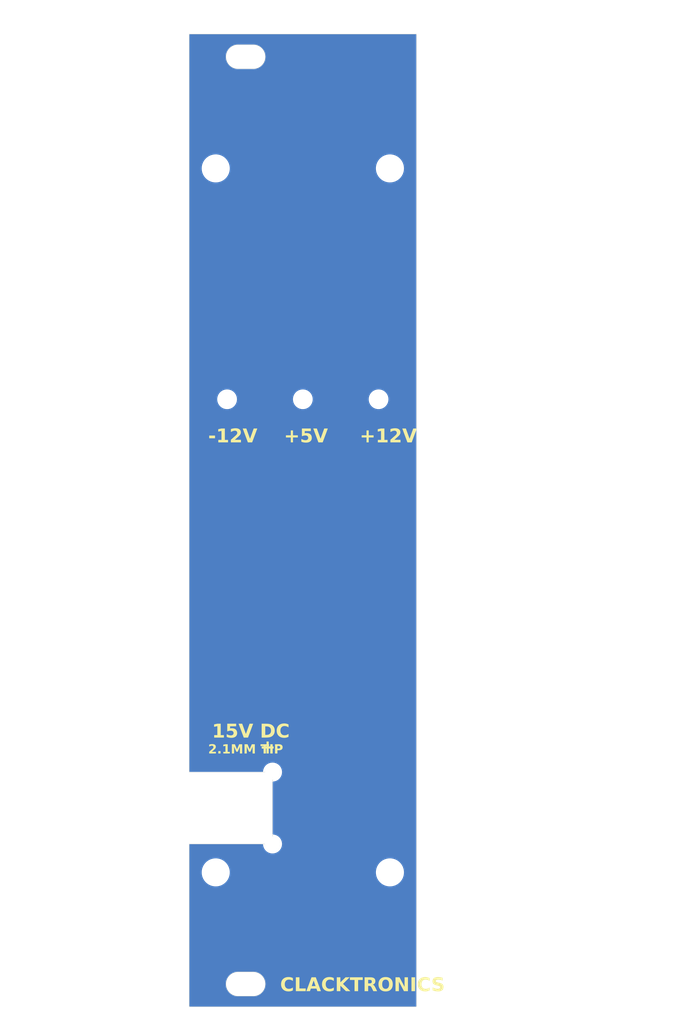
<source format=kicad_pcb>
(kicad_pcb (version 20221018) (generator pcbnew)
  (layers (0 "F.Cu" signal) (31 "B.Cu" signal) (34 "B.Paste" user) (35 "F.Paste" user) (36 "B.SilkS" user "B.Silkscreen") (37 "F.SilkS" user "F.Silkscreen") (38 "B.Mask" user) (39 "F.Mask" user) (44 "Edge.Cuts" user))
  (net 0 "")
  (footprint "MountingHole:MountingHole_2.1mm" (layer "F.Cu") (at 131 75)
    (fp_text reference "REF**" hide)
    (fp_text value "MountingHole_2.1mm" hide)
    (pad "" np_thru_hole circle (at 0 0) (size 2.1 2.1) (drill 2.1) (layers "*.Cu" "*.Mask"))
  )
  (footprint "Clacktronics:2mm_NPTH" (layer "F.Cu") (at 127 133.75)
    (fp_text reference "REF**" hide)
    (fp_text value "2mm_NPTH" hide)
    (pad "" np_thru_hole circle (at 0 0) (size 2 2) (drill 2) (layers "F&B.Cu" "*.Mask"))
  )
  (footprint "MountingHole:MountingHole_3.2mm_M3" (layer "F.Cu") (at 119.5 137.5)
    (fp_text reference "REF**" hide)
    (fp_text value "MountingHole_3.2mm_M3" hide)
    (pad "" np_thru_hole circle (at 0 0) (size 3.2 3.2) (drill 3.2) (layers "*.Cu" "*.Mask"))
  )
  (footprint "MountingHole:MountingHole_2.1mm" (layer "F.Cu") (at 141 75)
    (fp_text reference "REF**" hide)
    (fp_text value "MountingHole_2.1mm" hide)
    (pad "" np_thru_hole circle (at 0 0) (size 2.1 2.1) (drill 2.1) (layers "*.Cu" "*.Mask"))
  )
  (footprint "MountingHole:MountingHole_3.2mm_M3" (layer "F.Cu") (at 142.5 44.5)
    (fp_text reference "REF**" hide)
    (fp_text value "MountingHole_3.2mm_M3" hide)
    (pad "" np_thru_hole circle (at 0 0) (size 3.2 3.2) (drill 3.2) (layers "*.Cu" "*.Mask"))
  )
  (footprint "MountingHole:MountingHole_3.2mm_M3" (layer "F.Cu") (at 119.5 44.5)
    (fp_text reference "REF**" hide)
    (fp_text value "MountingHole_3.2mm_M3" hide)
    (pad "" np_thru_hole circle (at 0 0) (size 3.2 3.2) (drill 3.2) (layers "*.Cu" "*.Mask"))
  )
  (footprint "MountingHole:MountingHole_2.1mm" (layer "F.Cu") (at 121 75)
    (fp_text reference "REF**" hide)
    (fp_text value "MountingHole_2.1mm" hide)
    (pad "" np_thru_hole circle (at 0 0) (size 2.1 2.1) (drill 2.1) (layers "*.Cu" "*.Mask"))
  )
  (footprint "Clacktronics:2mm_NPTH" (layer "F.Cu") (at 127 124.25)
    (fp_text reference "REF**" hide)
    (fp_text value "2mm_NPTH" hide)
    (pad "" np_thru_hole circle (at 0 0) (size 2 2) (drill 2) (layers "F&B.Cu" "*.Mask"))
  )
  (footprint "MountingHole:MountingHole_3.2mm_M3" (layer "F.Cu") (at 142.5 137.5)
    (fp_text reference "REF**" hide)
    (fp_text value "MountingHole_3.2mm_M3" hide)
    (pad "" np_thru_hole circle (at 0 0) (size 3.2 3.2) (drill 3.2) (layers "*.Cu" "*.Mask"))
  )
  (gr_line (start 122.45 31.35) (end 124.45 31.35) (stroke (width 0.05)) (layer "Edge.Cuts"))
  (gr_line (start 127 133.75) (end 127 124.25) (stroke (width 0.05)) (layer "Edge.Cuts"))
  (gr_arc (start 124.45 150.65) (mid 126.05 152.25) (end 124.45 153.85) (stroke (width 0.05)) (layer "Edge.Cuts"))
  (gr_line (start 116 124.25) (end 116 26.75) (stroke (width 0.05)) (layer "Edge.Cuts"))
  (gr_line (start 124.45 150.65) (end 122.45 150.65) (stroke (width 0.05)) (layer "Edge.Cuts"))
  (gr_arc (start 122.45 31.35) (mid 120.85 29.75) (end 122.45 28.15) (stroke (width 0.05)) (layer "Edge.Cuts"))
  (gr_arc (start 124.45 28.15) (mid 126.05 29.75) (end 124.45 31.35) (stroke (width 0.05)) (layer "Edge.Cuts"))
  (gr_line (start 116 26.75) (end 146 26.75) (stroke (width 0.05)) (layer "Edge.Cuts"))
  (gr_line (start 146 155.25) (end 116 155.25) (stroke (width 0.05)) (layer "Edge.Cuts"))
  (gr_line (start 116 155.25) (end 116 133.75) (stroke (width 0.05)) (layer "Edge.Cuts"))
  (gr_line (start 122.45 153.85) (end 124.45 153.85) (stroke (width 0.05)) (layer "Edge.Cuts"))
  (gr_line (start 124.45 28.15) (end 122.45 28.15) (stroke (width 0.05)) (layer "Edge.Cuts"))
  (gr_line (start 146 26.75) (end 146 155.25) (stroke (width 0.05)) (layer "Edge.Cuts"))
  (gr_line (start 116 124.25) (end 127 124.25) (stroke (width 0.05)) (layer "Edge.Cuts"))
  (gr_line (start 116 133.75) (end 127 133.75) (stroke (width 0.05)) (layer "Edge.Cuts"))
  (gr_arc (start 122.45 153.85) (mid 120.85 152.25) (end 122.45 150.65) (stroke (width 0.05)) (layer "Edge.Cuts"))
  (gr_text "-12V" (at 118.5 81) (layer "F.SilkS") (effects (font (size 1.8 1.8) (thickness 0.2) bold) (justify left bottom)))
  (gr_text "15V DC" (at 119 120) (layer "F.SilkS") (effects (font (size 1.8 1.8) (thickness 0.2) bold) (justify left bottom)))
  (gr_text "CLACKTRONICS" (at 128 153.5) (layer "F.SilkS") (effects (font (size 1.8 1.8) (thickness 0.2) bold) (justify left bottom)))
  (gr_text "2.1MM TIP" (at 118.5 122) (layer "F.SilkS") (effects (font (size 1.2 1.2) (thickness 0.2) bold) (justify left bottom)))
  (gr_text "+5V" (at 128.5 81) (layer "F.SilkS") (effects (font (size 1.8 1.8) (thickness 0.2) bold) (justify left bottom)))
  (gr_text "+12V" (at 138.5 81) (layer "F.SilkS") (effects (font (size 1.8 1.8) (thickness 0.2) bold) (justify left bottom)))
  (gr_text "+" (at 125.3 122.1) (layer "F.SilkS") (effects (font (size 1.8 1.8) (thickness 0.2) bold) (justify left bottom)))
  (zone (net 0) (net_name "") (layer "B.Cu") (connect_pads (clearance 0.508)) (min_thickness 0.25) (fill yes (thermal_gap 0.5) (thermal_bridge_width 0.5) (island_removal_mode 1) (island_area_min 10))
    (polygon (pts (xy 115 26) (xy 115.5 155.5) (xy 146.5 155.5) (xy 146.5 26)))
  )
)
</source>
